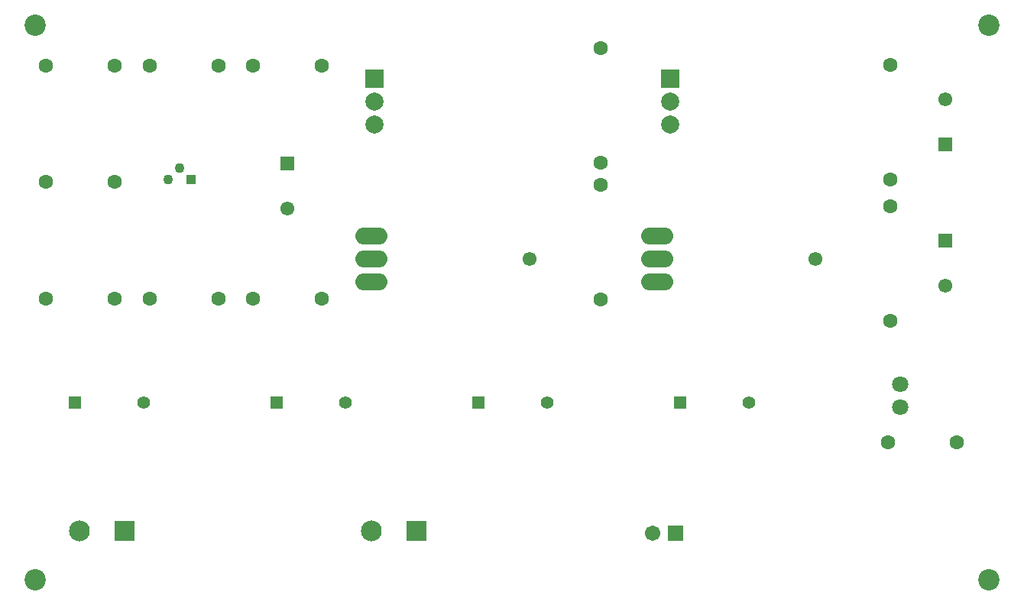
<source format=gts>
%FSTAX25Y25*%
%MOIN*%
%SFA1B1*%

%IPPOS*%
%ADD17C,0.093000*%
%ADD18C,0.043307*%
%ADD19R,0.043307X0.043307*%
%ADD20C,0.061149*%
%ADD21O,0.140000X0.074000*%
%ADD22C,0.078740*%
%ADD23R,0.078740X0.078740*%
%ADD24C,0.063118*%
%ADD25C,0.070992*%
%ADD26C,0.061149*%
%ADD27R,0.061149X0.061149*%
%ADD28R,0.055244X0.055244*%
%ADD29C,0.055244*%
%ADD30R,0.090677X0.090677*%
%ADD31C,0.090677*%
%ADD32R,0.067055X0.067055*%
%ADD33C,0.067055*%
%LNhigh_fre_amp-1*%
%LPD*%
G54D17*
X00345Y02791D03*
X04506Y00369D03*
X00345D03*
X04506Y02791D03*
G54D18*
X00975Y02165D03*
X00925Y02115D03*
G54D19*
X01025Y02115D03*
G54D20*
X0250373Y0177D03*
X037493D03*
G54D21*
X0181373Y0167D03*
Y0177D03*
Y0187D03*
X030593D03*
Y0177D03*
Y0167D03*
G54D22*
X03115Y023546D03*
Y02455D03*
X01825Y023546D03*
Y02455D03*
G54D23*
X03115Y0255539D03*
X01825D03*
G54D24*
X0281135Y0209405D03*
Y0159405D03*
X003937Y0159643D03*
X006937D03*
X0084385D03*
X0114385D03*
X01594D03*
X01294D03*
X04065Y0097025D03*
X04365D03*
X0407388Y0261661D03*
Y0211661D03*
Y015D03*
Y02D03*
X0281135Y0219D03*
Y0269D03*
X003937Y0210533D03*
X006937D03*
X0084385Y0261423D03*
X0114385D03*
X003937D03*
X006937D03*
X01294D03*
X01594D03*
G54D25*
X0412043Y01224D03*
Y01124D03*
G54D26*
X0431388Y0246503D03*
Y0165157D03*
X01444Y0198957D03*
G54D27*
X0431388Y0226818D03*
Y0184842D03*
X01444Y0218642D03*
G54D28*
X0139938Y0114173D03*
X0227876D03*
X0315814D03*
X0052D03*
G54D29*
X0169938Y0114173D03*
X0257876D03*
X0345814D03*
X0082D03*
G54D30*
X0073542Y0058359D03*
X0200983D03*
G54D31*
X0053857Y0058359D03*
X0181298D03*
G54D32*
X031404Y0057375D03*
G54D33*
X030404Y0057375D03*
M02*
</source>
